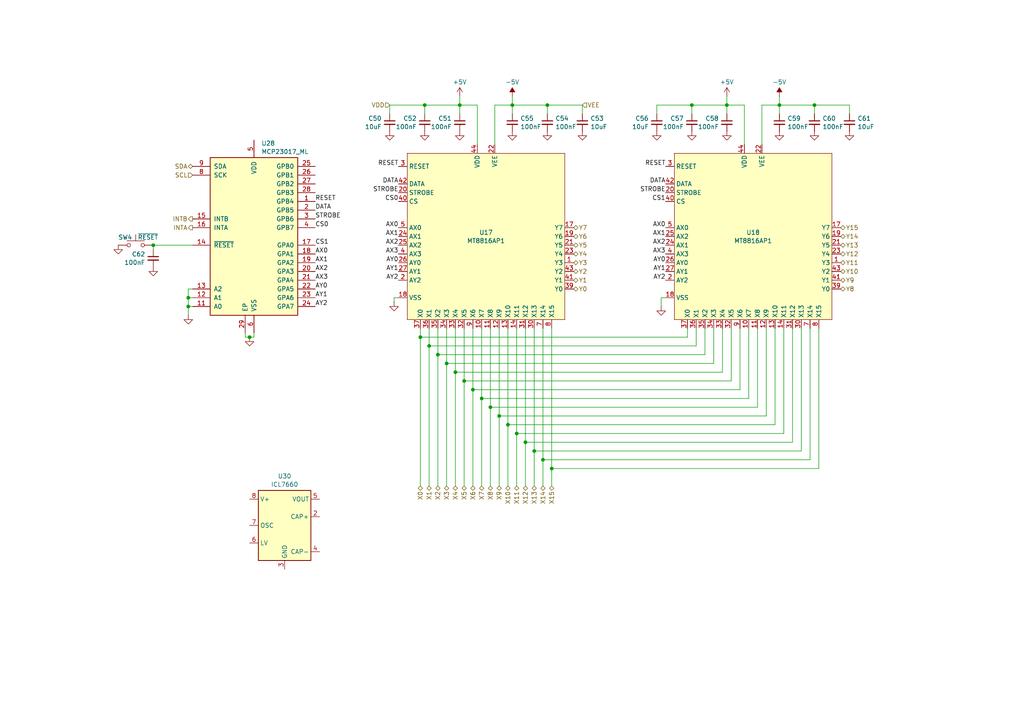
<source format=kicad_sch>
(kicad_sch (version 20250114) (generator "eeschema") (generator_version "9.0")
  (paper "A4")
  (lib_symbols
    (symbol "AudioPanelLibrary:MT8816AP1"
      (property "Reference" "U" (at 0.254 2.286 0))
      (property "Value" "MT8816AP1" (at 0.254 -0.762 0))
      (symbol "MT8816AP1_0_0"
        (pin input line (at -25.4 20.32 0) (length 2.54) (name "RESET") (number "3"))
        (pin input line (at -25.4 15.24 0) (length 2.54) (name "DATA") (number "42"))
        (pin input line (at -25.4 12.7 0) (length 2.54) (name "STROBE") (number "20"))
        (pin input line (at -25.4 10.16 0) (length 2.54) (name "CS") (number "40"))
        (pin input line (at -25.4 2.54 0) (length 2.54) (name "AX0") (number "5"))
        (pin input line (at -25.4 0 0) (length 2.54) (name "AX2") (number "25"))
        (pin input line (at -25.4 -2.54 0) (length 2.54) (name "AX1") (number "24"))
        (pin input line (at -25.4 -5.08 0) (length 2.54) (name "AX3") (number "4"))
        (pin input line (at -25.4 -7.62 0) (length 2.54) (name "AY0") (number "26"))
        (pin input line (at -25.4 -10.16 0) (length 2.54) (name "AY1") (number "27"))
        (pin input line (at -25.4 -12.7 0) (length 2.54) (name "AY2") (number "2"))
        (pin power_in line (at -25.4 -17.78 0) (length 2.54) (name "VSS") (number "18"))
        (pin bidirectional line (at -19.05 -26.67 90) (length 2.54) (name "X0") (number "37"))
        (pin bidirectional line (at -16.51 -26.67 90) (length 2.54) (name "X1") (number "36"))
        (pin bidirectional line (at -13.97 -26.67 90) (length 2.54) (name "X2") (number "35"))
        (pin bidirectional line (at -11.43 -26.67 90) (length 2.54) (name "X3") (number "34"))
        (pin bidirectional line (at -8.89 -26.67 90) (length 2.54) (name "X4") (number "33"))
        (pin bidirectional line (at -6.35 -26.67 90) (length 2.54) (name "X5") (number "32"))
        (pin bidirectional line (at -3.81 -26.67 90) (length 2.54) (name "X6") (number "9"))
        (pin power_in line (at -2.54 26.67 270) (length 2.54) (name "VDD") (number "44"))
        (pin bidirectional line (at -1.27 -26.67 90) (length 2.54) (name "X7") (number "10"))
        (pin bidirectional line (at 1.27 -26.67 90) (length 2.54) (name "X8") (number "11"))
        (pin power_in line (at 2.54 26.67 270) (length 2.54) (name "VEE") (number "22"))
        (pin bidirectional line (at 3.81 -26.67 90) (length 2.54) (name "X9") (number "12"))
        (pin bidirectional line (at 6.35 -26.67 90) (length 2.54) (name "X10") (number "13"))
        (pin bidirectional line (at 8.89 -26.67 90) (length 2.54) (name "X11") (number "14"))
        (pin bidirectional line (at 11.43 -26.67 90) (length 2.54) (name "X12") (number "31"))
        (pin bidirectional line (at 13.97 -26.67 90) (length 2.54) (name "X13") (number "30"))
        (pin bidirectional line (at 16.51 -26.67 90) (length 2.54) (name "X14") (number "7"))
        (pin bidirectional line (at 19.05 -26.67 90) (length 2.54) (name "X15") (number "8"))
        (pin no_connect line (at 25.4 20.32 180) (length 2.54) (hide yes) (name "NC") (number "6"))
        (pin no_connect line (at 25.4 17.78 180) (length 2.54) (hide yes) (name "NC") (number "15"))
        (pin no_connect line (at 25.4 15.24 180) (length 2.54) (hide yes) (name "NC") (number "16"))
        (pin no_connect line (at 25.4 12.7 180) (length 2.54) (hide yes) (name "NC") (number "28"))
        (pin no_connect line (at 25.4 10.16 180) (length 2.54) (hide yes) (name "NC") (number "29"))
        (pin no_connect line (at 25.4 7.62 180) (length 2.54) (hide yes) (name "NC") (number "38"))
        (pin bidirectional line (at 25.4 2.54 180) (length 2.54) (name "Y7") (number "17"))
        (pin bidirectional line (at 25.4 0 180) (length 2.54) (name "Y6") (number "19"))
        (pin bidirectional line (at 25.4 -2.54 180) (length 2.54) (name "Y5") (number "21"))
        (pin bidirectional line (at 25.4 -5.08 180) (length 2.54) (name "Y4") (number "23"))
        (pin bidirectional line (at 25.4 -7.62 180) (length 2.54) (name "Y3") (number "1"))
        (pin bidirectional line (at 25.4 -10.16 180) (length 2.54) (name "Y2") (number "43"))
        (pin bidirectional line (at 25.4 -12.7 180) (length 2.54) (name "Y1") (number "41"))
        (pin bidirectional line (at 25.4 -15.24 180) (length 2.54) (name "Y0") (number "39"))
      )
      (symbol "MT8816AP1_1_1"
        (rectangle (start -22.86 24.13) (end 22.86 -24.13) (fill (type background)))
      )
    )
    (symbol "Device:C_Small" (pin_numbers (hide yes)) (pin_names (offset 0.254) (hide yes))
      (property "Reference" "C" (at 0.254 1.778 0))
      (property "Value" "C_Small" (at 0.254 -2.032 0))
      (symbol "C_Small_0_1"
        (polyline (pts (xy -1.524 0.508) (xy 1.524 0.508)) (stroke (width 0.3048)))
        (polyline (pts (xy -1.524 -0.508) (xy 1.524 -0.508)) (stroke (width 0.3302)))
      )
      (symbol "C_Small_1_1"
        (pin passive line (at 0 2.54 270) (length 2.032) (name "~") (number "1"))
        (pin passive line (at 0 -2.54 90) (length 2.032) (name "~") (number "2"))
      )
    )
    (symbol "Interface_Expansion:MCP23017_ML" (pin_names (offset 1.016))
      (property "Reference" "U" (at -11.43 24.13 0))
      (property "Value" "MCP23017_ML" (at 0 0 0))
      (symbol "MCP23017_ML_0_1"
        (rectangle (start -12.7 22.86) (end 12.7 -22.86) (stroke (width 0.254)) (fill (type background)))
      )
      (symbol "MCP23017_ML_1_1"
        (pin bidirectional line (at -17.78 20.32 0) (length 5.08) (name "SDA") (number "9"))
        (pin input line (at -17.78 17.78 0) (length 5.08) (name "SCK") (number "8"))
        (pin tri_state line (at -17.78 5.08 0) (length 5.08) (name "INTB") (number "15"))
        (pin tri_state line (at -17.78 2.54 0) (length 5.08) (name "INTA") (number "16"))
        (pin input line (at -17.78 -2.54 0) (length 5.08) (name "~{RESET}") (number "14"))
        (pin input line (at -17.78 -15.24 0) (length 5.08) (name "A2") (number "13"))
        (pin input line (at -17.78 -17.78 0) (length 5.08) (name "A1") (number "12"))
        (pin input line (at -17.78 -20.32 0) (length 5.08) (name "A0") (number "11"))
        (pin no_connect line (at -12.7 15.24 0) (length 5.08) (hide yes) (name "NC") (number "7"))
        (pin no_connect line (at -12.7 12.7 0) (length 5.08) (hide yes) (name "NC") (number "10"))
        (pin passive line (at -2.54 -27.94 90) (length 5.08) (name "EP") (number "29"))
        (pin power_in line (at 0 27.94 270) (length 5.08) (name "VDD") (number "5"))
        (pin power_in line (at 0 -27.94 90) (length 5.08) (name "VSS") (number "6"))
        (pin bidirectional line (at 17.78 20.32 180) (length 5.08) (name "GPB0") (number "25"))
        (pin bidirectional line (at 17.78 17.78 180) (length 5.08) (name "GPB1") (number "26"))
        (pin bidirectional line (at 17.78 15.24 180) (length 5.08) (name "GPB2") (number "27"))
        (pin bidirectional line (at 17.78 12.7 180) (length 5.08) (name "GPB3") (number "28"))
        (pin bidirectional line (at 17.78 10.16 180) (length 5.08) (name "GPB4") (number "1"))
        (pin bidirectional line (at 17.78 7.62 180) (length 5.08) (name "GPB5") (number "2"))
        (pin bidirectional line (at 17.78 5.08 180) (length 5.08) (name "GPB6") (number "3"))
        (pin output line (at 17.78 2.54 180) (length 5.08) (name "GPB7") (number "4"))
        (pin bidirectional line (at 17.78 -2.54 180) (length 5.08) (name "GPA0") (number "17"))
        (pin bidirectional line (at 17.78 -5.08 180) (length 5.08) (name "GPA1") (number "18"))
        (pin bidirectional line (at 17.78 -7.62 180) (length 5.08) (name "GPA2") (number "19"))
        (pin bidirectional line (at 17.78 -10.16 180) (length 5.08) (name "GPA3") (number "20"))
        (pin bidirectional line (at 17.78 -12.7 180) (length 5.08) (name "GPA4") (number "21"))
        (pin bidirectional line (at 17.78 -15.24 180) (length 5.08) (name "GPA5") (number "22"))
        (pin bidirectional line (at 17.78 -17.78 180) (length 5.08) (name "GPA6") (number "23"))
        (pin output line (at 17.78 -20.32 180) (length 5.08) (name "GPA7") (number "24"))
      )
    )
    (symbol "MT8816AP1_1"
      (property "Reference" "U" (at 0.254 2.286 0))
      (property "Value" "MT8816AP1" (at 0.254 -0.762 0))
      (symbol "MT8816AP1_1_0_0"
        (pin input line (at -25.4 20.32 0) (length 2.54) (name "RESET") (number "3"))
        (pin input line (at -25.4 15.24 0) (length 2.54) (name "DATA") (number "42"))
        (pin input line (at -25.4 12.7 0) (length 2.54) (name "STROBE") (number "20"))
        (pin input line (at -25.4 10.16 0) (length 2.54) (name "CS") (number "40"))
        (pin input line (at -25.4 2.54 0) (length 2.54) (name "AX0") (number "5"))
        (pin input line (at -25.4 0 0) (length 2.54) (name "AX1") (number "24"))
        (pin input line (at -25.4 -2.54 0) (length 2.54) (name "AX2") (number "25"))
        (pin input line (at -25.4 -5.08 0) (length 2.54) (name "AX3") (number "4"))
        (pin input line (at -25.4 -7.62 0) (length 2.54) (name "AY0") (number "26"))
        (pin input line (at -25.4 -10.16 0) (length 2.54) (name "AY1") (number "27"))
        (pin input line (at -25.4 -12.7 0) (length 2.54) (name "AY2") (number "2"))
        (pin power_in line (at -25.4 -17.78 0) (length 2.54) (name "VSS") (number "18"))
        (pin bidirectional line (at -19.05 -26.67 90) (length 2.54) (name "X0") (number "37"))
        (pin bidirectional line (at -16.51 -26.67 90) (length 2.54) (name "X1") (number "36"))
        (pin bidirectional line (at -13.97 -26.67 90) (length 2.54) (name "X2") (number "35"))
        (pin bidirectional line (at -11.43 -26.67 90) (length 2.54) (name "X3") (number "34"))
        (pin bidirectional line (at -8.89 -26.67 90) (length 2.54) (name "X4") (number "33"))
        (pin bidirectional line (at -6.35 -26.67 90) (length 2.54) (name "X5") (number "32"))
        (pin bidirectional line (at -3.81 -26.67 90) (length 2.54) (name "X6") (number "9"))
        (pin power_in line (at -2.54 26.67 270) (length 2.54) (name "VDD") (number "44"))
        (pin bidirectional line (at -1.27 -26.67 90) (length 2.54) (name "X7") (number "10"))
        (pin bidirectional line (at 1.27 -26.67 90) (length 2.54) (name "X8") (number "11"))
        (pin power_in line (at 2.54 26.67 270) (length 2.54) (name "VEE") (number "22"))
        (pin bidirectional line (at 3.81 -26.67 90) (length 2.54) (name "X9") (number "12"))
        (pin bidirectional line (at 6.35 -26.67 90) (length 2.54) (name "X10") (number "13"))
        (pin bidirectional line (at 8.89 -26.67 90) (length 2.54) (name "X11") (number "14"))
        (pin bidirectional line (at 11.43 -26.67 90) (length 2.54) (name "X12") (number "31"))
        (pin bidirectional line (at 13.97 -26.67 90) (length 2.54) (name "X13") (number "30"))
        (pin bidirectional line (at 16.51 -26.67 90) (length 2.54) (name "X14") (number "7"))
        (pin bidirectional line (at 19.05 -26.67 90) (length 2.54) (name "X15") (number "8"))
        (pin no_connect line (at 25.4 20.32 180) (length 2.54) (hide yes) (name "NC") (number "6"))
        (pin no_connect line (at 25.4 17.78 180) (length 2.54) (hide yes) (name "NC") (number "15"))
        (pin no_connect line (at 25.4 15.24 180) (length 2.54) (hide yes) (name "NC") (number "16"))
        (pin no_connect line (at 25.4 12.7 180) (length 2.54) (hide yes) (name "NC") (number "28"))
        (pin no_connect line (at 25.4 10.16 180) (length 2.54) (hide yes) (name "NC") (number "29"))
        (pin no_connect line (at 25.4 7.62 180) (length 2.54) (hide yes) (name "NC") (number "38"))
        (pin bidirectional line (at 25.4 2.54 180) (length 2.54) (name "Y7") (number "17"))
        (pin bidirectional line (at 25.4 0 180) (length 2.54) (name "Y6") (number "19"))
        (pin bidirectional line (at 25.4 -2.54 180) (length 2.54) (name "Y5") (number "21"))
        (pin bidirectional line (at 25.4 -5.08 180) (length 2.54) (name "Y4") (number "23"))
        (pin bidirectional line (at 25.4 -7.62 180) (length 2.54) (name "Y3") (number "1"))
        (pin bidirectional line (at 25.4 -10.16 180) (length 2.54) (name "Y2") (number "43"))
        (pin bidirectional line (at 25.4 -12.7 180) (length 2.54) (name "Y1") (number "41"))
        (pin bidirectional line (at 25.4 -15.24 180) (length 2.54) (name "Y0") (number "39"))
      )
      (symbol "MT8816AP1_1_1_1"
        (rectangle (start -22.86 24.13) (end 22.86 -24.13) (fill (type background)))
      )
    )
    (symbol "Regulator_SwitchedCapacitor:ICL7660"
      (property "Reference" "U" (at -6.35 11.43 0))
      (property "Value" "ICL7660" (at 3.81 11.43 0))
      (symbol "ICL7660_0_1"
        (rectangle (start -7.62 10.16) (end 7.62 -10.16) (stroke (width 0.254)) (fill (type background)))
      )
      (symbol "ICL7660_1_1"
        (pin power_in line (at -10.16 7.62 0) (length 2.54) (name "V+") (number "8"))
        (pin input line (at -10.16 0 0) (length 2.54) (name "OSC") (number "7"))
        (pin input line (at -10.16 -5.08 0) (length 2.54) (name "LV") (number "6"))
        (pin no_connect line (at -7.62 5.08 0) (length 2.54) (hide yes) (name "NC") (number "1"))
        (pin power_in line (at 0 -12.7 90) (length 2.54) (name "GND") (number "3"))
        (pin power_out line (at 10.16 7.62 180) (length 2.54) (name "VOUT") (number "5"))
        (pin input line (at 10.16 2.54 180) (length 2.54) (name "CAP+") (number "2"))
        (pin input line (at 10.16 -7.62 180) (length 2.54) (name "CAP-") (number "4"))
      )
    )
    (symbol "Switch:SW_Push" (pin_numbers (hide yes)) (pin_names (offset 1.016) (hide yes))
      (property "Reference" "SW" (at 1.27 2.54 0))
      (property "Value" "SW_Push" (at 0 -1.524 0))
      (symbol "SW_Push_0_1"
        (circle (center -2.032 0) (radius 0.508))
        (polyline (pts (xy 0 1.27) (xy 0 3.048)))
        (circle (center 2.032 0) (radius 0.508))
        (polyline (pts (xy 2.54 1.27) (xy -2.54 1.27)))
        (pin passive line (at -5.08 0 0) (length 2.54) (name "1") (number "1"))
        (pin passive line (at 5.08 0 180) (length 2.54) (name "2") (number "2"))
      )
    )
    (symbol "power:+5V" (power) (pin_numbers (hide yes)) (pin_names (offset 0) (hide yes))
      (property "Value" "+5V" (at 0 3.556 0))
      (symbol "+5V_0_1"
        (polyline (pts (xy -0.762 1.27) (xy 0 2.54)))
        (polyline (pts (xy 0 2.54) (xy 0.762 1.27)))
        (polyline (pts (xy 0 0) (xy 0 2.54)))
      )
      (symbol "+5V_1_1"
        (pin power_in line (at 0 0 90) (length 0) (name "~") (number "1"))
      )
    )
    (symbol "power:-5V" (power) (pin_numbers (hide yes)) (pin_names (offset 0) (hide yes))
      (property "Value" "-5V" (at 0 3.556 0))
      (symbol "-5V_0_0"
        (pin power_in line (at 0 0 90) (length 0) (name "~") (number "1"))
      )
      (symbol "-5V_0_1"
        (polyline (pts (xy 0 0) (xy 0 1.27) (xy 0.762 1.27) (xy 0 2.54) (xy -0.762 1.27) (xy 0 1.27)) (fill (type outline)))
      )
    )
    (symbol "power:GND" (power) (pin_numbers (hide yes)) (pin_names (offset 0) (hide yes))
      (property "Value" "GND" (at 0 -3.81 0))
      (symbol "GND_0_1"
        (polyline (pts (xy 0 0) (xy 0 -1.27) (xy 1.27 -1.27) (xy 0 -2.54) (xy -1.27 -1.27) (xy 0 -1.27)))
      )
      (symbol "GND_1_1"
        (pin power_in line (at 0 0 270) (length 0) (name "~") (number "1"))
      )
    )
  )
  (junction (at 149.86 125.73))
  (junction (at 134.62 110.49))
  (junction (at 157.48 133.35))
  (junction (at 123.19 30.48))
  (junction (at 121.92 97.79))
  (junction (at 133.35 30.48))
  (junction (at 210.82 30.48))
  (junction (at 154.94 130.81))
  (junction (at 158.75 30.48))
  (junction (at 226.06 30.48))
  (junction (at 200.66 30.48))
  (junction (at 148.59 30.48))
  (junction (at 129.54 105.41))
  (junction (at 160.02 135.89))
  (junction (at 72.39 97.79))
  (junction (at 132.08 107.95))
  (junction (at 139.7 115.57))
  (junction (at 142.24 118.11))
  (junction (at 147.32 123.19))
  (junction (at 137.16 113.03))
  (junction (at 54.61 88.9))
  (junction (at 127 102.87))
  (junction (at 144.78 120.65))
  (junction (at 236.22 30.48))
  (junction (at 124.46 100.33))
  (junction (at 152.4 128.27))
  (junction (at 44.45 71.12))
  (junction (at 54.61 86.36))
  (wire (pts (xy 123.19 30.48) (xy 133.35 30.48)))
  (wire (pts (xy 114.3 86.36) (xy 115.57 86.36)))
  (wire (pts (xy 121.92 97.79) (xy 121.92 140.97)))
  (wire (pts (xy 73.66 96.52) (xy 73.66 97.79)))
  (wire (pts (xy 54.61 86.36) (xy 55.88 86.36)))
  (wire (pts (xy 226.06 30.48) (xy 226.06 33.02)))
  (wire (pts (xy 147.32 123.19) (xy 147.32 95.25)))
  (wire (pts (xy 204.47 102.87) (xy 127 102.87)))
  (wire (pts (xy 139.7 115.57) (xy 139.7 140.97)))
  (wire (pts (xy 123.19 33.02) (xy 123.19 30.48)))
  (wire (pts (xy 210.82 27.94) (xy 210.82 30.48)))
  (wire (pts (xy 54.61 83.82) (xy 55.88 83.82)))
  (wire (pts (xy 54.61 91.44) (xy 54.61 88.9)))
  (wire (pts (xy 129.54 105.41) (xy 129.54 140.97)))
  (wire (pts (xy 144.78 120.65) (xy 144.78 140.97)))
  (wire (pts (xy 148.59 27.94) (xy 148.59 30.48)))
  (wire (pts (xy 237.49 135.89) (xy 160.02 135.89)))
  (wire (pts (xy 152.4 128.27) (xy 152.4 95.25)))
  (wire (pts (xy 226.06 27.94) (xy 226.06 30.48)))
  (wire (pts (xy 209.55 107.95) (xy 132.08 107.95)))
  (wire (pts (xy 73.66 97.79) (xy 72.39 97.79)))
  (wire (pts (xy 229.87 95.25) (xy 229.87 128.27)))
  (wire (pts (xy 142.24 118.11) (xy 142.24 95.25)))
  (wire (pts (xy 134.62 95.25) (xy 134.62 110.49)))
  (wire (pts (xy 133.35 27.94) (xy 133.35 30.48)))
  (wire (pts (xy 168.91 30.48) (xy 168.91 33.02)))
  (wire (pts (xy 137.16 113.03) (xy 137.16 95.25)))
  (wire (pts (xy 72.39 97.79) (xy 71.12 97.79)))
  (wire (pts (xy 160.02 135.89) (xy 160.02 95.25)))
  (wire (pts (xy 224.79 95.25) (xy 224.79 123.19)))
  (wire (pts (xy 154.94 95.25) (xy 154.94 130.81)))
  (wire (pts (xy 158.75 30.48) (xy 158.75 33.02)))
  (wire (pts (xy 190.5 30.48) (xy 200.66 30.48)))
  (wire (pts (xy 54.61 88.9) (xy 54.61 86.36)))
  (wire (pts (xy 54.61 86.36) (xy 54.61 83.82)))
  (wire (pts (xy 237.49 95.25) (xy 237.49 135.89)))
  (wire (pts (xy 152.4 128.27) (xy 152.4 140.97)))
  (wire (pts (xy 212.09 110.49) (xy 134.62 110.49)))
  (wire (pts (xy 54.61 88.9) (xy 55.88 88.9)))
  (wire (pts (xy 157.48 133.35) (xy 157.48 95.25)))
  (wire (pts (xy 113.03 30.48) (xy 113.03 33.02)))
  (wire (pts (xy 127 95.25) (xy 127 102.87)))
  (wire (pts (xy 246.38 30.48) (xy 246.38 33.02)))
  (wire (pts (xy 144.78 120.65) (xy 144.78 95.25)))
  (wire (pts (xy 149.86 125.73) (xy 149.86 95.25)))
  (wire (pts (xy 158.75 30.48) (xy 168.91 30.48)))
  (wire (pts (xy 160.02 135.89) (xy 160.02 140.97)))
  (wire (pts (xy 227.33 95.25) (xy 227.33 125.73)))
  (wire (pts (xy 138.43 30.48) (xy 133.35 30.48)))
  (wire (pts (xy 148.59 30.48) (xy 158.75 30.48)))
  (wire (pts (xy 114.3 87.63) (xy 114.3 86.36)))
  (wire (pts (xy 207.01 95.25) (xy 207.01 105.41)))
  (wire (pts (xy 157.48 133.35) (xy 157.48 140.97)))
  (wire (pts (xy 214.63 113.03) (xy 137.16 113.03)))
  (wire (pts (xy 224.79 123.19) (xy 147.32 123.19)))
  (wire (pts (xy 132.08 107.95) (xy 132.08 140.97)))
  (wire (pts (xy 227.33 125.73) (xy 149.86 125.73)))
  (wire (pts (xy 210.82 30.48) (xy 210.82 33.02)))
  (wire (pts (xy 236.22 30.48) (xy 236.22 33.02)))
  (wire (pts (xy 212.09 95.25) (xy 212.09 110.49)))
  (wire (pts (xy 226.06 30.48) (xy 236.22 30.48)))
  (wire (pts (xy 148.59 30.48) (xy 148.59 33.02)))
  (wire (pts (xy 234.95 133.35) (xy 157.48 133.35)))
  (wire (pts (xy 133.35 30.48) (xy 133.35 33.02)))
  (wire (pts (xy 143.51 30.48) (xy 148.59 30.48)))
  (wire (pts (xy 207.01 105.41) (xy 129.54 105.41)))
  (wire (pts (xy 201.93 95.25) (xy 201.93 100.33)))
  (wire (pts (xy 127 102.87) (xy 127 140.97)))
  (wire (pts (xy 214.63 95.25) (xy 214.63 113.03)))
  (wire (pts (xy 154.94 130.81) (xy 154.94 140.97)))
  (wire (pts (xy 129.54 105.41) (xy 129.54 95.25)))
  (wire (pts (xy 222.25 120.65) (xy 144.78 120.65)))
  (wire (pts (xy 219.71 118.11) (xy 142.24 118.11)))
  (wire (pts (xy 217.17 95.25) (xy 217.17 115.57)))
  (wire (pts (xy 215.9 30.48) (xy 210.82 30.48)))
  (wire (pts (xy 149.86 125.73) (xy 149.86 140.97)))
  (wire (pts (xy 199.39 97.79) (xy 121.92 97.79)))
  (wire (pts (xy 191.77 88.9) (xy 191.77 86.36)))
  (wire (pts (xy 44.45 71.12) (xy 44.45 72.39)))
  (wire (pts (xy 220.98 41.91) (xy 220.98 30.48)))
  (wire (pts (xy 204.47 95.25) (xy 204.47 102.87)))
  (wire (pts (xy 200.66 30.48) (xy 210.82 30.48)))
  (wire (pts (xy 229.87 128.27) (xy 152.4 128.27)))
  (wire (pts (xy 142.24 118.11) (xy 142.24 140.97)))
  (wire (pts (xy 209.55 95.25) (xy 209.55 107.95)))
  (wire (pts (xy 219.71 95.25) (xy 219.71 118.11)))
  (wire (pts (xy 190.5 30.48) (xy 190.5 33.02)))
  (wire (pts (xy 232.41 95.25) (xy 232.41 130.81)))
  (wire (pts (xy 234.95 95.25) (xy 234.95 133.35)))
  (wire (pts (xy 132.08 107.95) (xy 132.08 95.25)))
  (wire (pts (xy 124.46 100.33) (xy 124.46 140.97)))
  (wire (pts (xy 236.22 30.48) (xy 246.38 30.48)))
  (wire (pts (xy 232.41 130.81) (xy 154.94 130.81)))
  (wire (pts (xy 139.7 115.57) (xy 139.7 95.25)))
  (wire (pts (xy 215.9 41.91) (xy 215.9 30.48)))
  (wire (pts (xy 200.66 33.02) (xy 200.66 30.48)))
  (wire (pts (xy 147.32 123.19) (xy 147.32 140.97)))
  (wire (pts (xy 121.92 95.25) (xy 121.92 97.79)))
  (wire (pts (xy 44.45 71.12) (xy 55.88 71.12)))
  (wire (pts (xy 137.16 113.03) (xy 137.16 140.97)))
  (wire (pts (xy 124.46 100.33) (xy 124.46 95.25)))
  (wire (pts (xy 217.17 115.57) (xy 139.7 115.57)))
  (wire (pts (xy 71.12 96.52) (xy 71.12 97.79)))
  (wire (pts (xy 143.51 41.91) (xy 143.51 30.48)))
  (wire (pts (xy 134.62 110.49) (xy 134.62 140.97)))
  (wire (pts (xy 191.77 86.36) (xy 193.04 86.36)))
  (wire (pts (xy 220.98 30.48) (xy 226.06 30.48)))
  (wire (pts (xy 113.03 30.48) (xy 123.19 30.48)))
  (wire (pts (xy 138.43 41.91) (xy 138.43 30.48)))
  (wire (pts (xy 222.25 95.25) (xy 222.25 120.65)))
  (wire (pts (xy 199.39 95.25) (xy 199.39 97.79)))
  (wire (pts (xy 201.93 100.33) (xy 124.46 100.33)))
  (label "CS0" (at 115.57 58.42 180))
  (label "RESET" (at 115.57 48.26 180))
  (label "AX2" (at 193.04 71.12 180))
  (label "AY0" (at 115.57 76.2 180))
  (label "STROBE" (at 115.57 55.88 180))
  (label "AX2" (at 91.44 78.74 0))
  (label "AY0" (at 91.44 83.82 0))
  (label "AX1" (at 91.44 76.2 0))
  (label "AX0" (at 193.04 66.04 180))
  (label "AY2" (at 115.57 81.28 180))
  (label "AY1" (at 91.44 86.36 0))
  (label "AY1" (at 115.57 78.74 180))
  (label "CS1" (at 91.44 71.12 0))
  (label "CS0" (at 91.44 66.04 0))
  (label "AY2" (at 91.44 88.9 0))
  (label "AX1" (at 193.04 68.58 180))
  (label "RESET" (at 91.44 58.42 0))
  (label "STROBE" (at 193.04 55.88 180))
  (label "AY1" (at 193.04 78.74 180))
  (label "DATA" (at 115.57 53.34 180))
  (label "AX0" (at 91.44 73.66 0))
  (label "AX0" (at 115.57 66.04 180))
  (label "RESET" (at 193.04 48.26 180))
  (label "AX1" (at 115.57 68.58 180))
  (label "AX3" (at 91.44 81.28 0))
  (label "AX3" (at 115.57 73.66 180))
  (label "DATA" (at 193.04 53.34 180))
  (label "AY2" (at 193.04 81.28 180))
  (label "AX3" (at 193.04 73.66 180))
  (label "CS1" (at 193.04 58.42 180))
  (label "AY0" (at 193.04 76.2 180))
  (label "STROBE" (at 91.44 63.5 0))
  (label "DATA" (at 91.44 60.96 0))
  (label "AX2" (at 115.57 71.12 180))
  (hierarchical_label "Y12" (shape bidirectional) (at 243.84 73.66 0))
  (hierarchical_label "Y6" (shape bidirectional) (at 166.37 68.58 0))
  (hierarchical_label "Y14" (shape bidirectional) (at 243.84 68.58 0))
  (hierarchical_label "X0" (shape bidirectional) (at 121.92 140.97 270))
  (hierarchical_label "X7" (shape bidirectional) (at 139.7 140.97 270))
  (hierarchical_label "Y1" (shape bidirectional) (at 166.37 81.28 0))
  (hierarchical_label "X6" (shape bidirectional) (at 137.16 140.97 270))
  (hierarchical_label "Y3" (shape bidirectional) (at 166.37 76.2 0))
  (hierarchical_label "Y9" (shape bidirectional) (at 243.84 81.28 0))
  (hierarchical_label "Y2" (shape bidirectional) (at 166.37 78.74 0))
  (hierarchical_label "X9" (shape bidirectional) (at 144.78 140.97 270))
  (hierarchical_label "Y10" (shape bidirectional) (at 243.84 78.74 0))
  (hierarchical_label "Y11" (shape bidirectional) (at 243.84 76.2 0))
  (hierarchical_label "Y7" (shape bidirectional) (at 166.37 66.04 0))
  (hierarchical_label "X12" (shape bidirectional) (at 152.4 140.97 270))
  (hierarchical_label "X13" (shape bidirectional) (at 154.94 140.97 270))
  (hierarchical_label "SDA" (shape bidirectional) (at 55.88 48.26 180))
  (hierarchical_label "Y4" (shape bidirectional) (at 166.37 73.66 0))
  (hierarchical_label "VDD" (shape input) (at 113.03 30.48 180))
  (hierarchical_label "Y5" (shape bidirectional) (at 166.37 71.12 0))
  (hierarchical_label "X8" (shape bidirectional) (at 142.24 140.97 270))
  (hierarchical_label "Y13" (shape bidirectional) (at 243.84 71.12 0))
  (hierarchical_label "SCL" (shape input) (at 55.88 50.8 180))
  (hierarchical_label "X1" (shape bidirectional) (at 124.46 140.97 270))
  (hierarchical_label "X3" (shape bidirectional) (at 129.54 140.97 270))
  (hierarchical_label "Y0" (shape bidirectional) (at 166.37 83.82 0))
  (hierarchical_label "Y8" (shape bidirectional) (at 243.84 83.82 0))
  (hierarchical_label "Y15" (shape bidirectional) (at 243.84 66.04 0))
  (hierarchical_label "INTA" (shape output) (at 55.88 66.04 180))
  (hierarchical_label "VEE" (shape input) (at 168.91 30.48 0))
  (hierarchical_label "X14" (shape bidirectional) (at 157.48 140.97 270))
  (hierarchical_label "INTB" (shape output) (at 55.88 63.5 180))
  (hierarchical_label "X15" (shape bidirectional) (at 160.02 140.97 270))
  (hierarchical_label "X5" (shape bidirectional) (at 134.62 140.97 270))
  (hierarchical_label "X11" (shape bidirectional) (at 149.86 140.97 270))
  (hierarchical_label "X2" (shape bidirectional) (at 127 140.97 270))
  (hierarchical_label "X10" (shape bidirectional) (at 147.32 140.97 270))
  (hierarchical_label "X4" (shape bidirectional) (at 132.08 140.97 270))
  (symbol (lib_id "Device:C_Small") (at 246.38 35.56 0) (unit 1)
    (property "Reference" "C61" (at 248.7041 34.3541 0) (effects (justify left)))
    (property "Value" "10uF" (at 248.7041 36.7784 0) (effects (justify left)))
    (property "Description" "Unpolarized capacitor, small symbol" (effects (hide yes)))
  )
  (symbol (lib_id "Device:C_Small") (at 158.75 35.56 0) (unit 1)
    (property "Reference" "C54" (at 161.0741 34.3541 0) (effects (justify left)))
    (property "Value" "100nF" (at 161.0741 36.7784 0) (effects (justify left)))
    (property "Description" "Unpolarized capacitor, small symbol" (effects (hide yes)))
  )
  (symbol (lib_id "power:GND") (at 54.61 91.44 0) (unit 1)
    (property "Reference" "#PWR0167" (effects (hide yes)))
    (property "Value" "GND" (effects (hide yes)))
    (property "Description" "Power symbol creates a global label with name \"GND\" , ground" (effects (hide yes)))
  )
  (symbol (lib_id "power:GND") (at 113.03 38.1 0) (unit 1)
    (property "Reference" "#PWR0151" (effects (hide yes)))
    (property "Value" "GND" (effects (hide yes)))
    (property "Description" "Power symbol creates a global label with name \"GND\" , ground" (effects (hide yes)))
  )
  (symbol (lib_id "power:+5V") (at 210.82 27.94 0) (unit 1)
    (property "Reference" "#PWR0158" (effects (hide yes)))
    (property "Value" "+5V" (at 210.82 23.8069 0))
    (property "Description" "Power symbol creates a global label with name \"+5V\"" (effects (hide yes)))
  )
  (symbol (lib_id "AudioPanelLibrary:MT8816AP1") (at 218.44 68.58 0) (unit 1)
    (property "Reference" "U18" (at 218.44 67.4257 0))
    (property "Value" "MT8816AP1" (at 218.44 69.85 0))
    (property "Footprint" "Package_LCC:PLCC-44" (effects (hide yes)))
    (property "Datasheet" "https://www.es.co.th/Schemetic/PDF/MT8816.PDF" (effects (hide yes)))
    (property "Description" "8 x 16 Analog Switch Array" (effects (hide yes)))
  )
  (symbol (lib_id "Device:C_Small") (at 236.22 35.56 0) (unit 1)
    (property "Reference" "C60" (at 238.5441 34.3541 0) (effects (justify left)))
    (property "Value" "100nF" (at 238.5441 36.7784 0) (effects (justify left)))
    (property "Description" "Unpolarized capacitor, small symbol" (effects (hide yes)))
  )
  (symbol (lib_id "Regulator_SwitchedCapacitor:ICL7660") (at 82.55 152.4 0) (unit 1)
    (property "Reference" "U30" (at 82.55 138.0955 0))
    (property "Value" "ICL7660" (at 82.55 140.5198 0))
    (property "Datasheet" "http://datasheets.maximintegrated.com/en/ds/ICL7660-MAX1044.pdf" (effects (hide yes)))
    (property "Description" "Switched-Capacitor Voltage Converter, 1.5V to 10.0V operating supply voltage, 10mA with a 0.5V output drop, SO-8/DIP-8/µMAX-8/TO-99" (effects (hide yes)))
  )
  (symbol (lib_id "power:GND") (at 34.29 71.12 0) (unit 1)
    (property "Reference" "#PWR0165" (effects (hide yes)))
    (property "Value" "GND" (effects (hide yes)))
    (property "Description" "Power symbol creates a global label with name \"GND\" , ground" (effects (hide yes)))
  )
  (symbol (lib_id "power:+5V") (at 133.35 27.94 0) (unit 1)
    (property "Reference" "#PWR0152" (effects (hide yes)))
    (property "Value" "+5V" (at 133.35 23.8069 0))
    (property "Description" "Power symbol creates a global label with name \"+5V\"" (effects (hide yes)))
  )
  (symbol (lib_id "power:GND") (at 200.66 38.1 0) (unit 1)
    (property "Reference" "#PWR0157" (effects (hide yes)))
    (property "Value" "GND" (effects (hide yes)))
    (property "Description" "Power symbol creates a global label with name \"GND\" , ground" (effects (hide yes)))
  )
  (symbol (lib_name "MT8816AP1_1") (lib_id "AudioPanelLibrary:MT8816AP1") (at 140.97 68.58 0) (unit 1)
    (property "Reference" "U17" (at 140.97 67.4257 0))
    (property "Value" "MT8816AP1" (at 140.97 69.85 0))
    (property "Footprint" "Package_LCC:PLCC-44" (effects (hide yes)))
    (property "Datasheet" "https://www.es.co.th/Schemetic/PDF/MT8816.PDF" (effects (hide yes)))
    (property "Description" "8 x 16 Analog Switch Array" (effects (hide yes)))
  )
  (symbol (lib_id "power:GND") (at 158.75 38.1 0) (unit 1)
    (property "Reference" "#PWR0147" (effects (hide yes)))
    (property "Value" "GND" (effects (hide yes)))
    (property "Description" "Power symbol creates a global label with name \"GND\" , ground" (effects (hide yes)))
  )
  (symbol (lib_id "Device:C_Small") (at 133.35 35.56 0) (mirror y) (unit 1)
    (property "Reference" "C51" (at 131.0259 34.3541 0) (effects (justify left)))
    (property "Value" "100nF" (at 131.0259 36.7784 0) (effects (justify left)))
    (property "Description" "Unpolarized capacitor, small symbol" (effects (hide yes)))
  )
  (symbol (lib_id "power:GND") (at 114.3 87.63 0) (unit 1)
    (property "Reference" "#PWR0154" (effects (hide yes)))
    (property "Value" "GND" (effects (hide yes)))
    (property "Description" "Power symbol creates a global label with name \"GND\" , ground" (effects (hide yes)))
  )
  (symbol (lib_id "Device:C_Small") (at 44.45 74.93 0) (mirror y) (unit 1)
    (property "Reference" "C62" (at 42.1259 73.7241 0) (effects (justify left)))
    (property "Value" "100nF" (at 42.1259 76.1484 0) (effects (justify left)))
    (property "Description" "Unpolarized capacitor, small symbol" (effects (hide yes)))
  )
  (symbol (lib_id "Device:C_Small") (at 123.19 35.56 0) (mirror y) (unit 1)
    (property "Reference" "C52" (at 120.8659 34.3541 0) (effects (justify left)))
    (property "Value" "100nF" (at 120.8659 36.7784 0) (effects (justify left)))
    (property "Description" "Unpolarized capacitor, small symbol" (effects (hide yes)))
  )
  (symbol (lib_id "Device:C_Small") (at 190.5 35.56 0) (mirror y) (unit 1)
    (property "Reference" "C56" (at 188.1759 34.3541 0) (effects (justify left)))
    (property "Value" "10uF" (at 188.1759 36.7784 0) (effects (justify left)))
    (property "Description" "Unpolarized capacitor, small symbol" (effects (hide yes)))
  )
  (symbol (lib_id "power:GND") (at 72.39 97.79 0) (unit 1)
    (property "Reference" "#PWR0164" (effects (hide yes)))
    (property "Value" "GND" (effects (hide yes)))
    (property "Description" "Power symbol creates a global label with name \"GND\" , ground" (effects (hide yes)))
  )
  (symbol (lib_id "Device:C_Small") (at 200.66 35.56 0) (mirror y) (unit 1)
    (property "Reference" "C57" (at 198.3359 34.3541 0) (effects (justify left)))
    (property "Value" "100nF" (at 198.3359 36.7784 0) (effects (justify left)))
    (property "Description" "Unpolarized capacitor, small symbol" (effects (hide yes)))
  )
  (symbol (lib_id "Switch:SW_Push") (at 39.37 71.12 0) (unit 1)
    (property "Reference" "SW4" (at 36.322 68.834 0))
    (property "Value" "~{RESET}" (at 42.926 68.834 0))
    (property "Footprint" "Button_Switch_SMD:SW_SPST_TL3342" (effects (hide yes)))
    (property "Description" "Push button switch, generic, two pins" (effects (hide yes)))
  )
  (symbol (lib_id "power:GND") (at 246.38 38.1 0) (unit 1)
    (property "Reference" "#PWR0163" (effects (hide yes)))
    (property "Value" "GND" (effects (hide yes)))
    (property "Description" "Power symbol creates a global label with name \"GND\" , ground" (effects (hide yes)))
  )
  (symbol (lib_id "power:GND") (at 133.35 38.1 0) (unit 1)
    (property "Reference" "#PWR0149" (effects (hide yes)))
    (property "Value" "GND" (effects (hide yes)))
    (property "Description" "Power symbol creates a global label with name \"GND\" , ground" (effects (hide yes)))
  )
  (symbol (lib_id "power:-5V") (at 226.06 27.94 0) (unit 1)
    (property "Reference" "#PWR0160" (effects (hide yes)))
    (property "Value" "-5V" (at 226.06 23.8069 0))
    (property "Description" "Power symbol creates a global label with name \"-5V\"" (effects (hide yes)))
  )
  (symbol (lib_id "power:GND") (at 210.82 38.1 0) (unit 1)
    (property "Reference" "#PWR0159" (effects (hide yes)))
    (property "Value" "GND" (effects (hide yes)))
    (property "Description" "Power symbol creates a global label with name \"GND\" , ground" (effects (hide yes)))
  )
  (symbol (lib_id "Device:C_Small") (at 210.82 35.56 0) (mirror y) (unit 1)
    (property "Reference" "C58" (at 208.4959 34.3541 0) (effects (justify left)))
    (property "Value" "100nF" (at 208.4959 36.7784 0) (effects (justify left)))
    (property "Description" "Unpolarized capacitor, small symbol" (effects (hide yes)))
  )
  (symbol (lib_id "power:GND") (at 44.45 77.47 0) (unit 1)
    (property "Reference" "#PWR0166" (effects (hide yes)))
    (property "Value" "GND" (effects (hide yes)))
    (property "Description" "Power symbol creates a global label with name \"GND\" , ground" (effects (hide yes)))
  )
  (symbol (lib_id "power:GND") (at 226.06 38.1 0) (unit 1)
    (property "Reference" "#PWR0161" (effects (hide yes)))
    (property "Value" "GND" (effects (hide yes)))
    (property "Description" "Power symbol creates a global label with name \"GND\" , ground" (effects (hide yes)))
  )
  (symbol (lib_id "power:GND") (at 190.5 38.1 0) (unit 1)
    (property "Reference" "#PWR0155" (effects (hide yes)))
    (property "Value" "GND" (effects (hide yes)))
    (property "Description" "Power symbol creates a global label with name \"GND\" , ground" (effects (hide yes)))
  )
  (symbol (lib_id "Device:C_Small") (at 148.59 35.56 0) (unit 1)
    (property "Reference" "C55" (at 150.9141 34.3541 0) (effects (justify left)))
    (property "Value" "100nF" (at 150.9141 36.7784 0) (effects (justify left)))
    (property "Description" "Unpolarized capacitor, small symbol" (effects (hide yes)))
  )
  (symbol (lib_id "power:GND") (at 168.91 38.1 0) (unit 1)
    (property "Reference" "#PWR0148" (effects (hide yes)))
    (property "Value" "GND" (effects (hide yes)))
    (property "Description" "Power symbol creates a global label with name \"GND\" , ground" (effects (hide yes)))
  )
  (symbol (lib_id "power:GND") (at 123.19 38.1 0) (unit 1)
    (property "Reference" "#PWR0150" (effects (hide yes)))
    (property "Value" "GND" (effects (hide yes)))
    (property "Description" "Power symbol creates a global label with name \"GND\" , ground" (effects (hide yes)))
  )
  (symbol (lib_id "power:-5V") (at 148.59 27.94 0) (unit 1)
    (property "Reference" "#PWR0153" (effects (hide yes)))
    (property "Value" "-5V" (at 148.59 23.8069 0))
    (property "Description" "Power symbol creates a global label with name \"-5V\"" (effects (hide yes)))
  )
  (symbol (lib_id "power:GND") (at 191.77 88.9 0) (unit 1)
    (property "Reference" "#PWR0156" (effects (hide yes)))
    (property "Value" "GND" (effects (hide yes)))
    (property "Description" "Power symbol creates a global label with name \"GND\" , ground" (effects (hide yes)))
  )
  (symbol (lib_id "power:GND") (at 236.22 38.1 0) (unit 1)
    (property "Reference" "#PWR0162" (effects (hide yes)))
    (property "Value" "GND" (effects (hide yes)))
    (property "Description" "Power symbol creates a global label with name \"GND\" , ground" (effects (hide yes)))
  )
  (symbol (lib_id "Device:C_Small") (at 226.06 35.56 0) (unit 1)
    (property "Reference" "C59" (at 228.3841 34.3541 0) (effects (justify left)))
    (property "Value" "100nF" (at 228.3841 36.7784 0) (effects (justify left)))
    (property "Description" "Unpolarized capacitor, small symbol" (effects (hide yes)))
  )
  (symbol (lib_id "Interface_Expansion:MCP23017_ML") (at 73.66 68.58 0) (unit 1)
    (property "Reference" "U28" (at 75.8033 41.5755 0) (effects (justify left)))
    (property "Value" "MCP23017_ML" (at 75.8033 43.9998 0) (effects (justify left)))
    (property "Footprint" "Package_DFN_QFN:QFN-28-1EP_6x6mm_P0.65mm_EP4.25x4.25mm" (effects (hide yes)))
    (property "Datasheet" "https://ww1.microchip.com/downloads/aemDocuments/documents/APID/ProductDocuments/DataSheets/MCP23017-Data-Sheet-DS20001952.pdf" (effects (hide yes)))
    (property "Description" "16-bit I/O expander, I2C, interrupts, w pull-ups, GPA/B7 output only (https://microchip.my.site.com/s/article/GPA7---GPB7-Cannot-Be-Used-as-Inputs-In-MCP23017), QFN-28" (effects (hide yes)))
  )
  (symbol (lib_id "Device:C_Small") (at 113.03 35.56 0) (mirror y) (unit 1)
    (property "Reference" "C50" (at 110.7059 34.3541 0) (effects (justify left)))
    (property "Value" "10uF" (at 110.7059 36.7784 0) (effects (justify left)))
    (property "Description" "Unpolarized capacitor, small symbol" (effects (hide yes)))
  )
  (symbol (lib_id "Device:C_Small") (at 168.91 35.56 0) (unit 1)
    (property "Reference" "C53" (at 171.2341 34.3541 0) (effects (justify left)))
    (property "Value" "10uF" (at 171.2341 36.7784 0) (effects (justify left)))
    (property "Description" "Unpolarized capacitor, small symbol" (effects (hide yes)))
  )
  (symbol (lib_id "power:GND") (at 148.59 38.1 0) (unit 1)
    (property "Reference" "#PWR0146" (effects (hide yes)))
    (property "Value" "GND" (effects (hide yes)))
    (property "Description" "Power symbol creates a global label with name \"GND\" , ground" (effects (hide yes)))
  )
)
</source>
